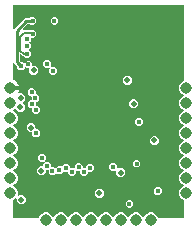
<source format=gbr>
G04 EAGLE Gerber RS-274X export*
G75*
%MOMM*%
%FSLAX34Y34*%
%LPD*%
%INCopper Layer 2*%
%IPPOS*%
%AMOC8*
5,1,8,0,0,1.08239X$1,22.5*%
G01*
%ADD10C,0.975000*%
%ADD11C,0.403200*%
%ADD12C,0.503200*%
%ADD13C,0.453200*%
%ADD14C,0.254000*%
%ADD15C,0.152400*%

G36*
X23459Y-347D02*
X23459Y-347D01*
X23575Y-330D01*
X23580Y-327D01*
X23587Y-326D01*
X23689Y-272D01*
X23794Y-218D01*
X23798Y-214D01*
X23804Y-211D01*
X23884Y-127D01*
X23966Y-43D01*
X23970Y-36D01*
X23973Y-33D01*
X23981Y-16D01*
X24047Y104D01*
X24820Y1970D01*
X26549Y3699D01*
X28808Y4635D01*
X31253Y4635D01*
X33511Y3699D01*
X35240Y1970D01*
X35677Y916D01*
X35715Y855D01*
X35744Y790D01*
X35779Y751D01*
X35806Y707D01*
X35862Y661D01*
X35910Y609D01*
X35956Y583D01*
X35996Y550D01*
X36063Y525D01*
X36126Y490D01*
X36177Y481D01*
X36226Y462D01*
X36297Y459D01*
X36368Y446D01*
X36419Y454D01*
X36471Y452D01*
X36540Y472D01*
X36611Y482D01*
X36658Y506D01*
X36708Y520D01*
X36766Y561D01*
X36830Y594D01*
X36867Y631D01*
X36910Y660D01*
X36952Y718D01*
X37003Y769D01*
X37037Y832D01*
X37056Y858D01*
X37064Y880D01*
X37083Y916D01*
X37520Y1970D01*
X39249Y3699D01*
X41508Y4635D01*
X43953Y4635D01*
X46211Y3699D01*
X47940Y1970D01*
X48377Y916D01*
X48415Y855D01*
X48444Y790D01*
X48479Y751D01*
X48506Y707D01*
X48562Y661D01*
X48610Y609D01*
X48656Y583D01*
X48696Y550D01*
X48763Y525D01*
X48826Y490D01*
X48877Y481D01*
X48926Y462D01*
X48997Y459D01*
X49068Y446D01*
X49119Y454D01*
X49171Y452D01*
X49240Y472D01*
X49311Y482D01*
X49358Y506D01*
X49408Y520D01*
X49466Y561D01*
X49530Y594D01*
X49567Y631D01*
X49610Y660D01*
X49652Y718D01*
X49703Y769D01*
X49737Y832D01*
X49756Y858D01*
X49764Y880D01*
X49783Y916D01*
X50220Y1970D01*
X51949Y3699D01*
X54208Y4635D01*
X56653Y4635D01*
X58911Y3699D01*
X60640Y1970D01*
X61077Y916D01*
X61115Y855D01*
X61144Y790D01*
X61179Y751D01*
X61206Y707D01*
X61262Y661D01*
X61310Y609D01*
X61356Y583D01*
X61396Y550D01*
X61463Y525D01*
X61526Y490D01*
X61577Y481D01*
X61626Y462D01*
X61697Y459D01*
X61768Y446D01*
X61819Y454D01*
X61871Y452D01*
X61940Y472D01*
X62011Y482D01*
X62058Y506D01*
X62108Y520D01*
X62166Y561D01*
X62230Y594D01*
X62267Y631D01*
X62310Y660D01*
X62352Y718D01*
X62403Y769D01*
X62437Y832D01*
X62456Y858D01*
X62464Y880D01*
X62483Y916D01*
X62920Y1970D01*
X64649Y3699D01*
X66908Y4635D01*
X69353Y4635D01*
X71611Y3699D01*
X73340Y1970D01*
X73777Y916D01*
X73815Y855D01*
X73844Y790D01*
X73879Y751D01*
X73906Y707D01*
X73962Y661D01*
X74010Y609D01*
X74056Y583D01*
X74096Y550D01*
X74163Y525D01*
X74226Y490D01*
X74277Y481D01*
X74326Y462D01*
X74397Y459D01*
X74468Y446D01*
X74519Y454D01*
X74571Y452D01*
X74640Y472D01*
X74711Y482D01*
X74758Y506D01*
X74808Y520D01*
X74866Y561D01*
X74930Y594D01*
X74967Y631D01*
X75010Y660D01*
X75052Y718D01*
X75103Y769D01*
X75137Y832D01*
X75156Y858D01*
X75164Y880D01*
X75183Y916D01*
X75620Y1970D01*
X77349Y3699D01*
X79608Y4635D01*
X82053Y4635D01*
X84311Y3699D01*
X86040Y1970D01*
X86477Y916D01*
X86515Y855D01*
X86544Y790D01*
X86579Y751D01*
X86606Y707D01*
X86662Y661D01*
X86710Y609D01*
X86756Y583D01*
X86796Y550D01*
X86863Y525D01*
X86926Y490D01*
X86977Y481D01*
X87026Y462D01*
X87097Y459D01*
X87168Y446D01*
X87219Y454D01*
X87271Y452D01*
X87340Y472D01*
X87411Y482D01*
X87458Y506D01*
X87507Y520D01*
X87566Y561D01*
X87630Y594D01*
X87667Y631D01*
X87710Y660D01*
X87752Y718D01*
X87803Y769D01*
X87837Y832D01*
X87856Y858D01*
X87864Y880D01*
X87883Y916D01*
X88320Y1970D01*
X90049Y3699D01*
X92308Y4635D01*
X94753Y4635D01*
X97011Y3699D01*
X98740Y1970D01*
X99177Y916D01*
X99215Y855D01*
X99244Y790D01*
X99279Y751D01*
X99306Y707D01*
X99362Y661D01*
X99410Y609D01*
X99456Y583D01*
X99496Y550D01*
X99563Y525D01*
X99626Y490D01*
X99677Y481D01*
X99726Y462D01*
X99797Y459D01*
X99868Y446D01*
X99919Y454D01*
X99971Y452D01*
X100040Y472D01*
X100111Y482D01*
X100158Y506D01*
X100207Y520D01*
X100266Y561D01*
X100330Y594D01*
X100367Y631D01*
X100410Y660D01*
X100452Y718D01*
X100503Y769D01*
X100537Y832D01*
X100556Y858D01*
X100564Y880D01*
X100583Y916D01*
X101020Y1970D01*
X102749Y3699D01*
X105008Y4635D01*
X107453Y4635D01*
X109711Y3699D01*
X111440Y1970D01*
X111877Y916D01*
X111915Y855D01*
X111944Y790D01*
X111979Y751D01*
X112006Y707D01*
X112062Y661D01*
X112110Y609D01*
X112156Y583D01*
X112196Y550D01*
X112263Y525D01*
X112326Y490D01*
X112377Y481D01*
X112426Y462D01*
X112497Y459D01*
X112568Y446D01*
X112619Y454D01*
X112671Y452D01*
X112740Y472D01*
X112811Y482D01*
X112858Y506D01*
X112907Y520D01*
X112966Y561D01*
X113030Y594D01*
X113067Y631D01*
X113110Y660D01*
X113152Y718D01*
X113203Y769D01*
X113237Y832D01*
X113256Y858D01*
X113264Y880D01*
X113283Y916D01*
X113720Y1970D01*
X115449Y3699D01*
X117708Y4635D01*
X120153Y4635D01*
X122411Y3699D01*
X124140Y1970D01*
X124913Y104D01*
X124975Y5D01*
X125035Y-96D01*
X125039Y-100D01*
X125043Y-105D01*
X125132Y-179D01*
X125222Y-255D01*
X125227Y-258D01*
X125232Y-262D01*
X125340Y-303D01*
X125450Y-347D01*
X125457Y-348D01*
X125462Y-350D01*
X125480Y-351D01*
X125616Y-366D01*
X146837Y-366D01*
X146856Y-363D01*
X146876Y-365D01*
X146977Y-343D01*
X147079Y-326D01*
X147097Y-317D01*
X147116Y-313D01*
X147205Y-259D01*
X147297Y-211D01*
X147310Y-197D01*
X147327Y-186D01*
X147395Y-108D01*
X147466Y-33D01*
X147474Y-15D01*
X147487Y1D01*
X147526Y97D01*
X147570Y190D01*
X147572Y210D01*
X147579Y229D01*
X147598Y395D01*
X147598Y14712D01*
X147579Y14827D01*
X147562Y14943D01*
X147559Y14949D01*
X147558Y14955D01*
X147504Y15058D01*
X147450Y15163D01*
X147446Y15167D01*
X147443Y15173D01*
X147359Y15252D01*
X147275Y15335D01*
X147268Y15338D01*
X147265Y15342D01*
X147248Y15350D01*
X147128Y15416D01*
X145586Y16054D01*
X143857Y17783D01*
X142921Y20042D01*
X142921Y22487D01*
X143857Y24746D01*
X145586Y26475D01*
X146640Y26911D01*
X146701Y26949D01*
X146766Y26978D01*
X146805Y27013D01*
X146849Y27041D01*
X146895Y27096D01*
X146947Y27145D01*
X146973Y27190D01*
X147006Y27230D01*
X147031Y27297D01*
X147066Y27360D01*
X147075Y27411D01*
X147094Y27460D01*
X147097Y27531D01*
X147110Y27602D01*
X147102Y27654D01*
X147104Y27706D01*
X147084Y27775D01*
X147074Y27846D01*
X147050Y27892D01*
X147036Y27942D01*
X146995Y28001D01*
X146962Y28065D01*
X146925Y28101D01*
X146896Y28144D01*
X146838Y28187D01*
X146787Y28237D01*
X146724Y28272D01*
X146698Y28291D01*
X146676Y28298D01*
X146640Y28318D01*
X145586Y28754D01*
X143857Y30483D01*
X142921Y32742D01*
X142921Y35187D01*
X143857Y37446D01*
X145586Y39175D01*
X146640Y39611D01*
X146701Y39649D01*
X146766Y39678D01*
X146805Y39713D01*
X146849Y39741D01*
X146895Y39796D01*
X146947Y39845D01*
X146973Y39890D01*
X147006Y39930D01*
X147031Y39997D01*
X147066Y40060D01*
X147075Y40111D01*
X147094Y40160D01*
X147097Y40231D01*
X147110Y40302D01*
X147102Y40354D01*
X147104Y40406D01*
X147084Y40475D01*
X147074Y40546D01*
X147050Y40592D01*
X147036Y40642D01*
X146995Y40701D01*
X146962Y40765D01*
X146925Y40801D01*
X146896Y40844D01*
X146838Y40887D01*
X146787Y40937D01*
X146724Y40972D01*
X146698Y40991D01*
X146676Y40998D01*
X146640Y41018D01*
X145586Y41454D01*
X143857Y43183D01*
X142921Y45442D01*
X142921Y47887D01*
X143857Y50146D01*
X145586Y51875D01*
X146640Y52311D01*
X146701Y52349D01*
X146766Y52378D01*
X146805Y52413D01*
X146849Y52441D01*
X146895Y52496D01*
X146947Y52545D01*
X146973Y52590D01*
X147006Y52630D01*
X147031Y52697D01*
X147066Y52760D01*
X147075Y52811D01*
X147094Y52860D01*
X147097Y52931D01*
X147110Y53002D01*
X147102Y53054D01*
X147104Y53106D01*
X147084Y53175D01*
X147074Y53246D01*
X147050Y53292D01*
X147036Y53342D01*
X146995Y53401D01*
X146962Y53465D01*
X146925Y53501D01*
X146896Y53544D01*
X146838Y53587D01*
X146787Y53637D01*
X146724Y53672D01*
X146698Y53691D01*
X146676Y53698D01*
X146640Y53718D01*
X145586Y54154D01*
X143857Y55883D01*
X142921Y58142D01*
X142921Y60587D01*
X143857Y62846D01*
X145586Y64575D01*
X146640Y65011D01*
X146701Y65049D01*
X146766Y65078D01*
X146805Y65113D01*
X146849Y65141D01*
X146895Y65196D01*
X146947Y65245D01*
X146973Y65290D01*
X147006Y65330D01*
X147031Y65397D01*
X147066Y65460D01*
X147075Y65511D01*
X147094Y65560D01*
X147097Y65631D01*
X147110Y65702D01*
X147102Y65754D01*
X147104Y65806D01*
X147084Y65875D01*
X147074Y65946D01*
X147050Y65992D01*
X147036Y66042D01*
X146995Y66101D01*
X146962Y66165D01*
X146925Y66201D01*
X146896Y66244D01*
X146838Y66287D01*
X146787Y66337D01*
X146724Y66372D01*
X146698Y66391D01*
X146676Y66398D01*
X146640Y66418D01*
X145586Y66854D01*
X143857Y68583D01*
X142921Y70842D01*
X142921Y73287D01*
X143857Y75546D01*
X145586Y77275D01*
X146640Y77711D01*
X146701Y77749D01*
X146766Y77778D01*
X146805Y77813D01*
X146849Y77841D01*
X146895Y77896D01*
X146947Y77945D01*
X146973Y77990D01*
X147006Y78030D01*
X147031Y78097D01*
X147066Y78160D01*
X147075Y78211D01*
X147094Y78260D01*
X147097Y78331D01*
X147110Y78402D01*
X147102Y78454D01*
X147104Y78506D01*
X147084Y78574D01*
X147074Y78645D01*
X147050Y78692D01*
X147036Y78742D01*
X146995Y78801D01*
X146962Y78865D01*
X146925Y78901D01*
X146896Y78944D01*
X146838Y78987D01*
X146787Y79037D01*
X146724Y79072D01*
X146698Y79091D01*
X146676Y79098D01*
X146640Y79118D01*
X145586Y79554D01*
X143857Y81283D01*
X142921Y83542D01*
X142921Y85987D01*
X143857Y88246D01*
X145586Y89975D01*
X146640Y90411D01*
X146701Y90449D01*
X146766Y90478D01*
X146805Y90513D01*
X146849Y90541D01*
X146895Y90596D01*
X146947Y90645D01*
X146973Y90690D01*
X147006Y90730D01*
X147031Y90797D01*
X147066Y90860D01*
X147075Y90911D01*
X147094Y90960D01*
X147097Y91031D01*
X147110Y91102D01*
X147102Y91154D01*
X147104Y91206D01*
X147084Y91274D01*
X147074Y91345D01*
X147050Y91392D01*
X147036Y91442D01*
X146995Y91501D01*
X146962Y91565D01*
X146925Y91601D01*
X146896Y91644D01*
X146838Y91687D01*
X146787Y91737D01*
X146724Y91772D01*
X146698Y91791D01*
X146676Y91798D01*
X146640Y91818D01*
X145586Y92254D01*
X143857Y93983D01*
X142921Y96242D01*
X142921Y98687D01*
X143857Y100946D01*
X145586Y102675D01*
X146640Y103111D01*
X146701Y103149D01*
X146766Y103178D01*
X146805Y103213D01*
X146849Y103241D01*
X146895Y103296D01*
X146947Y103345D01*
X146973Y103390D01*
X147006Y103430D01*
X147031Y103497D01*
X147066Y103560D01*
X147075Y103611D01*
X147094Y103660D01*
X147097Y103731D01*
X147110Y103802D01*
X147102Y103854D01*
X147104Y103906D01*
X147084Y103974D01*
X147074Y104045D01*
X147050Y104092D01*
X147036Y104142D01*
X146995Y104201D01*
X146962Y104265D01*
X146925Y104301D01*
X146896Y104344D01*
X146838Y104387D01*
X146787Y104437D01*
X146724Y104472D01*
X146698Y104491D01*
X146676Y104498D01*
X146640Y104518D01*
X145586Y104954D01*
X143857Y106683D01*
X142921Y108942D01*
X142921Y111387D01*
X143857Y113646D01*
X145586Y115375D01*
X147128Y116013D01*
X147227Y116075D01*
X147327Y116135D01*
X147332Y116140D01*
X147337Y116143D01*
X147411Y116233D01*
X147487Y116322D01*
X147490Y116328D01*
X147494Y116332D01*
X147535Y116441D01*
X147579Y116550D01*
X147580Y116558D01*
X147582Y116562D01*
X147583Y116580D01*
X147598Y116717D01*
X147598Y179519D01*
X147595Y179538D01*
X147597Y179558D01*
X147575Y179659D01*
X147558Y179761D01*
X147549Y179779D01*
X147545Y179799D01*
X147491Y179888D01*
X147443Y179979D01*
X147429Y179993D01*
X147418Y180010D01*
X147340Y180077D01*
X147265Y180148D01*
X147247Y180157D01*
X147231Y180170D01*
X147135Y180208D01*
X147042Y180252D01*
X147022Y180254D01*
X147003Y180262D01*
X146837Y180280D01*
X2835Y180280D01*
X2815Y180277D01*
X2795Y180279D01*
X2694Y180257D01*
X2592Y180240D01*
X2574Y180231D01*
X2555Y180227D01*
X2466Y180173D01*
X2374Y180125D01*
X2361Y180111D01*
X2344Y180101D01*
X2276Y180022D01*
X2205Y179947D01*
X2197Y179929D01*
X2184Y179914D01*
X2145Y179817D01*
X2101Y179724D01*
X2099Y179704D01*
X2092Y179685D01*
X2073Y179519D01*
X2073Y160682D01*
X2085Y160611D01*
X2087Y160539D01*
X2105Y160490D01*
X2113Y160439D01*
X2147Y160376D01*
X2171Y160308D01*
X2204Y160268D01*
X2228Y160222D01*
X2280Y160172D01*
X2325Y160116D01*
X2369Y160088D01*
X2406Y160052D01*
X2471Y160022D01*
X2532Y159983D01*
X2582Y159971D01*
X2630Y159949D01*
X2701Y159941D01*
X2770Y159923D01*
X2822Y159927D01*
X2874Y159922D01*
X2944Y159937D01*
X3016Y159942D01*
X3063Y159963D01*
X3114Y159974D01*
X3176Y160011D01*
X3242Y160039D01*
X3298Y160083D01*
X3325Y160100D01*
X3341Y160118D01*
X3373Y160144D01*
X12770Y169541D01*
X16577Y169541D01*
X16667Y169555D01*
X16758Y169563D01*
X16788Y169575D01*
X16820Y169580D01*
X16901Y169623D01*
X16985Y169659D01*
X17017Y169685D01*
X17037Y169696D01*
X17060Y169719D01*
X17116Y169764D01*
X17639Y170287D01*
X20361Y170287D01*
X22287Y168361D01*
X22287Y165639D01*
X20361Y163713D01*
X17639Y163713D01*
X17116Y164236D01*
X17042Y164289D01*
X16972Y164349D01*
X16942Y164361D01*
X16916Y164380D01*
X16829Y164407D01*
X16744Y164441D01*
X16703Y164445D01*
X16681Y164452D01*
X16649Y164451D01*
X16577Y164459D01*
X15190Y164459D01*
X15100Y164445D01*
X15009Y164437D01*
X14979Y164425D01*
X14947Y164420D01*
X14867Y164377D01*
X14783Y164341D01*
X14751Y164315D01*
X14730Y164304D01*
X14708Y164281D01*
X14652Y164236D01*
X10666Y160250D01*
X10624Y160192D01*
X10574Y160140D01*
X10552Y160093D01*
X10522Y160050D01*
X10501Y159982D01*
X10471Y159917D01*
X10465Y159865D01*
X10450Y159815D01*
X10451Y159743D01*
X10444Y159672D01*
X10455Y159621D01*
X10456Y159569D01*
X10481Y159502D01*
X10496Y159432D01*
X10523Y159387D01*
X10540Y159338D01*
X10585Y159282D01*
X10622Y159221D01*
X10662Y159187D01*
X10694Y159146D01*
X10754Y159108D01*
X10809Y159061D01*
X10857Y159041D01*
X10901Y159013D01*
X10971Y158996D01*
X11037Y158969D01*
X11108Y158961D01*
X11140Y158953D01*
X11163Y158955D01*
X11204Y158950D01*
X16987Y158950D01*
X17077Y158965D01*
X17168Y158972D01*
X17198Y158985D01*
X17230Y158990D01*
X17310Y159033D01*
X17394Y159069D01*
X17426Y159094D01*
X17447Y159105D01*
X17469Y159129D01*
X17525Y159173D01*
X17639Y159287D01*
X20361Y159287D01*
X22287Y157361D01*
X22287Y154639D01*
X20361Y152713D01*
X18312Y152713D01*
X18292Y152710D01*
X18273Y152712D01*
X18171Y152690D01*
X18069Y152674D01*
X18052Y152664D01*
X18032Y152660D01*
X17943Y152607D01*
X17852Y152558D01*
X17838Y152544D01*
X17821Y152534D01*
X17754Y152455D01*
X17683Y152380D01*
X17674Y152362D01*
X17661Y152347D01*
X17622Y152251D01*
X17579Y152157D01*
X17577Y152137D01*
X17569Y152119D01*
X17551Y151952D01*
X17551Y150170D01*
X16485Y149104D01*
X16473Y149088D01*
X16457Y149075D01*
X16401Y148988D01*
X16341Y148904D01*
X16335Y148885D01*
X16324Y148869D01*
X16299Y148768D01*
X16269Y148669D01*
X16269Y148649D01*
X16264Y148630D01*
X16272Y148527D01*
X16275Y148423D01*
X16282Y148405D01*
X16283Y148385D01*
X16324Y148290D01*
X16359Y148192D01*
X16372Y148177D01*
X16380Y148158D01*
X16485Y148027D01*
X17486Y147026D01*
X17486Y144303D01*
X15990Y142807D01*
X15979Y142791D01*
X15963Y142779D01*
X15907Y142691D01*
X15847Y142608D01*
X15841Y142589D01*
X15830Y142572D01*
X15805Y142471D01*
X15774Y142373D01*
X15775Y142353D01*
X15770Y142333D01*
X15778Y142230D01*
X15781Y142127D01*
X15788Y142108D01*
X15789Y142088D01*
X15830Y141993D01*
X15865Y141896D01*
X15878Y141880D01*
X15886Y141862D01*
X15990Y141731D01*
X17361Y140360D01*
X17361Y137638D01*
X15436Y135712D01*
X12713Y135712D01*
X11682Y136743D01*
X11608Y136796D01*
X11538Y136856D01*
X11508Y136868D01*
X11482Y136887D01*
X11395Y136914D01*
X11310Y136948D01*
X11269Y136952D01*
X11247Y136959D01*
X11215Y136958D01*
X11144Y136966D01*
X10459Y136966D01*
X9243Y138183D01*
X9184Y138225D01*
X9132Y138274D01*
X9085Y138296D01*
X9043Y138326D01*
X8974Y138347D01*
X8909Y138378D01*
X8858Y138383D01*
X8808Y138399D01*
X8736Y138397D01*
X8665Y138405D01*
X8614Y138394D01*
X8562Y138392D01*
X8495Y138368D01*
X8425Y138353D01*
X8380Y138326D01*
X8331Y138308D01*
X8275Y138263D01*
X8213Y138226D01*
X8180Y138187D01*
X8139Y138154D01*
X8100Y138094D01*
X8054Y138039D01*
X8034Y137991D01*
X8006Y137947D01*
X7988Y137878D01*
X7962Y137811D01*
X7954Y137740D01*
X7946Y137709D01*
X7948Y137685D01*
X7943Y137645D01*
X7943Y133699D01*
X7958Y133609D01*
X7965Y133518D01*
X7978Y133488D01*
X7983Y133456D01*
X8026Y133376D01*
X8061Y133292D01*
X8087Y133260D01*
X8098Y133239D01*
X8121Y133217D01*
X8166Y133161D01*
X9184Y132143D01*
X9258Y132090D01*
X9327Y132030D01*
X9357Y132018D01*
X9384Y131999D01*
X9471Y131973D01*
X9555Y131938D01*
X9596Y131934D01*
X9619Y131927D01*
X9651Y131928D01*
X9722Y131920D01*
X10462Y131920D01*
X11079Y131303D01*
X11095Y131292D01*
X11107Y131276D01*
X11194Y131220D01*
X11278Y131160D01*
X11297Y131154D01*
X11314Y131143D01*
X11415Y131118D01*
X11513Y131087D01*
X11533Y131088D01*
X11553Y131083D01*
X11656Y131091D01*
X11759Y131094D01*
X11778Y131101D01*
X11798Y131102D01*
X11893Y131143D01*
X11990Y131178D01*
X12006Y131191D01*
X12024Y131198D01*
X12155Y131303D01*
X14139Y133287D01*
X16861Y133287D01*
X18787Y131361D01*
X18787Y129513D01*
X18790Y129493D01*
X18788Y129474D01*
X18810Y129372D01*
X18826Y129270D01*
X18836Y129253D01*
X18840Y129233D01*
X18893Y129144D01*
X18942Y129053D01*
X18956Y129039D01*
X18966Y129022D01*
X19045Y128955D01*
X19120Y128884D01*
X19138Y128875D01*
X19153Y128862D01*
X19249Y128824D01*
X19343Y128780D01*
X19363Y128778D01*
X19381Y128770D01*
X19548Y128752D01*
X21436Y128752D01*
X23655Y126534D01*
X23655Y123397D01*
X21436Y121178D01*
X18299Y121178D01*
X16081Y123397D01*
X16081Y125952D01*
X16078Y125972D01*
X16080Y125991D01*
X16058Y126093D01*
X16041Y126195D01*
X16032Y126212D01*
X16028Y126232D01*
X15975Y126321D01*
X15926Y126412D01*
X15912Y126426D01*
X15902Y126443D01*
X15823Y126510D01*
X15748Y126582D01*
X15730Y126590D01*
X15715Y126603D01*
X15618Y126642D01*
X15525Y126685D01*
X15505Y126687D01*
X15487Y126695D01*
X15320Y126713D01*
X14139Y126713D01*
X13522Y127330D01*
X13506Y127342D01*
X13493Y127357D01*
X13413Y127409D01*
X13407Y127414D01*
X13403Y127416D01*
X13322Y127474D01*
X13303Y127479D01*
X13286Y127490D01*
X13186Y127515D01*
X13087Y127546D01*
X13067Y127545D01*
X13048Y127550D01*
X12945Y127542D01*
X12841Y127540D01*
X12822Y127533D01*
X12803Y127531D01*
X12708Y127491D01*
X12610Y127455D01*
X12595Y127443D01*
X12576Y127435D01*
X12445Y127330D01*
X10462Y125347D01*
X7739Y125347D01*
X5814Y127272D01*
X5814Y128012D01*
X5799Y128102D01*
X5792Y128193D01*
X5779Y128222D01*
X5774Y128254D01*
X5731Y128335D01*
X5696Y128419D01*
X5670Y128451D01*
X5659Y128472D01*
X5636Y128494D01*
X5591Y128550D01*
X3373Y130768D01*
X3315Y130810D01*
X3263Y130859D01*
X3215Y130881D01*
X3173Y130911D01*
X3105Y130932D01*
X3040Y130963D01*
X2988Y130968D01*
X2938Y130984D01*
X2866Y130982D01*
X2795Y130990D01*
X2744Y130979D01*
X2692Y130977D01*
X2625Y130953D01*
X2555Y130937D01*
X2510Y130911D01*
X2461Y130893D01*
X2405Y130848D01*
X2344Y130811D01*
X2310Y130772D01*
X2269Y130739D01*
X2230Y130679D01*
X2184Y130624D01*
X2164Y130576D01*
X2136Y130532D01*
X2119Y130463D01*
X2092Y130396D01*
X2084Y130325D01*
X2076Y130294D01*
X2078Y130270D01*
X2073Y130229D01*
X2073Y117697D01*
X2092Y117582D01*
X2109Y117466D01*
X2112Y117460D01*
X2113Y117454D01*
X2167Y117352D01*
X2221Y117247D01*
X2225Y117242D01*
X2228Y117237D01*
X2312Y117157D01*
X2396Y117074D01*
X2403Y117071D01*
X2406Y117067D01*
X2423Y117059D01*
X2543Y116993D01*
X3759Y116490D01*
X4974Y115678D01*
X6007Y114645D01*
X6818Y113431D01*
X7377Y112081D01*
X7505Y111441D01*
X2835Y111441D01*
X2815Y111438D01*
X2795Y111440D01*
X2694Y111418D01*
X2592Y111401D01*
X2574Y111392D01*
X2555Y111388D01*
X2466Y111335D01*
X2374Y111286D01*
X2361Y111272D01*
X2344Y111262D01*
X2276Y111183D01*
X2205Y111108D01*
X2197Y111090D01*
X2184Y111075D01*
X2145Y110979D01*
X2101Y110885D01*
X2099Y110865D01*
X2092Y110847D01*
X2073Y110680D01*
X2073Y109156D01*
X2076Y109136D01*
X2074Y109116D01*
X2096Y109015D01*
X2113Y108913D01*
X2122Y108896D01*
X2127Y108876D01*
X2180Y108787D01*
X2228Y108696D01*
X2243Y108682D01*
X2253Y108665D01*
X2331Y108598D01*
X2406Y108526D01*
X2424Y108518D01*
X2440Y108505D01*
X2536Y108466D01*
X2630Y108423D01*
X2649Y108421D01*
X2668Y108413D01*
X2835Y108395D01*
X7505Y108395D01*
X7377Y107755D01*
X6872Y106534D01*
X6861Y106489D01*
X6842Y106448D01*
X6833Y106370D01*
X6815Y106294D01*
X6820Y106249D01*
X6815Y106203D01*
X6831Y106127D01*
X6839Y106050D01*
X6857Y106008D01*
X6867Y105963D01*
X6907Y105896D01*
X6939Y105825D01*
X6970Y105791D01*
X6993Y105752D01*
X7052Y105701D01*
X7105Y105644D01*
X7145Y105622D01*
X7180Y105592D01*
X7252Y105563D01*
X7320Y105525D01*
X7366Y105517D01*
X7408Y105500D01*
X7544Y105485D01*
X7563Y105481D01*
X7568Y105482D01*
X7575Y105481D01*
X10435Y105481D01*
X12653Y103263D01*
X12653Y100126D01*
X10690Y98163D01*
X10679Y98147D01*
X10663Y98135D01*
X10607Y98048D01*
X10547Y97964D01*
X10541Y97945D01*
X10530Y97928D01*
X10505Y97827D01*
X10475Y97729D01*
X10475Y97709D01*
X10470Y97689D01*
X10478Y97586D01*
X10481Y97483D01*
X10488Y97464D01*
X10489Y97444D01*
X10530Y97349D01*
X10565Y97252D01*
X10578Y97236D01*
X10586Y97218D01*
X10690Y97087D01*
X12493Y95284D01*
X12493Y92147D01*
X10275Y89929D01*
X7138Y89929D01*
X4932Y92135D01*
X4916Y92147D01*
X4903Y92162D01*
X4816Y92218D01*
X4732Y92279D01*
X4713Y92285D01*
X4696Y92295D01*
X4596Y92321D01*
X4497Y92351D01*
X4477Y92350D01*
X4458Y92355D01*
X4355Y92347D01*
X4251Y92345D01*
X4232Y92338D01*
X4212Y92336D01*
X4117Y92296D01*
X4020Y92260D01*
X4004Y92248D01*
X3986Y92240D01*
X3855Y92135D01*
X3728Y92008D01*
X2674Y91571D01*
X2613Y91533D01*
X2547Y91504D01*
X2509Y91469D01*
X2465Y91442D01*
X2419Y91386D01*
X2366Y91338D01*
X2341Y91292D01*
X2308Y91252D01*
X2282Y91185D01*
X2248Y91122D01*
X2238Y91071D01*
X2220Y91023D01*
X2217Y90951D01*
X2204Y90880D01*
X2212Y90829D01*
X2209Y90777D01*
X2229Y90708D01*
X2240Y90637D01*
X2263Y90590D01*
X2278Y90541D01*
X2319Y90482D01*
X2351Y90418D01*
X2388Y90381D01*
X2418Y90338D01*
X2476Y90296D01*
X2527Y90245D01*
X2590Y90211D01*
X2616Y90192D01*
X2638Y90184D01*
X2674Y90165D01*
X3728Y89728D01*
X5457Y87999D01*
X6392Y85740D01*
X6392Y83295D01*
X5457Y81037D01*
X3728Y79308D01*
X2674Y78871D01*
X2613Y78833D01*
X2547Y78804D01*
X2509Y78769D01*
X2465Y78742D01*
X2419Y78686D01*
X2366Y78638D01*
X2341Y78592D01*
X2308Y78552D01*
X2282Y78485D01*
X2248Y78422D01*
X2238Y78371D01*
X2220Y78323D01*
X2217Y78251D01*
X2204Y78180D01*
X2212Y78129D01*
X2209Y78077D01*
X2229Y78008D01*
X2240Y77937D01*
X2263Y77890D01*
X2278Y77841D01*
X2319Y77782D01*
X2351Y77718D01*
X2388Y77681D01*
X2418Y77638D01*
X2476Y77596D01*
X2527Y77545D01*
X2590Y77511D01*
X2616Y77492D01*
X2638Y77484D01*
X2674Y77465D01*
X3728Y77028D01*
X5457Y75299D01*
X6392Y73040D01*
X6392Y70595D01*
X5457Y68337D01*
X3728Y66608D01*
X2674Y66171D01*
X2613Y66133D01*
X2547Y66104D01*
X2509Y66069D01*
X2465Y66042D01*
X2419Y65986D01*
X2366Y65938D01*
X2341Y65892D01*
X2308Y65852D01*
X2282Y65785D01*
X2248Y65722D01*
X2238Y65671D01*
X2220Y65623D01*
X2217Y65551D01*
X2204Y65480D01*
X2212Y65429D01*
X2209Y65377D01*
X2229Y65308D01*
X2240Y65237D01*
X2263Y65191D01*
X2278Y65141D01*
X2319Y65082D01*
X2351Y65018D01*
X2388Y64981D01*
X2418Y64939D01*
X2476Y64896D01*
X2527Y64846D01*
X2590Y64811D01*
X2616Y64792D01*
X2638Y64784D01*
X2674Y64765D01*
X3728Y64328D01*
X5457Y62599D01*
X6392Y60340D01*
X6392Y57895D01*
X5457Y55637D01*
X3728Y53908D01*
X2674Y53471D01*
X2613Y53433D01*
X2547Y53404D01*
X2509Y53369D01*
X2465Y53342D01*
X2419Y53286D01*
X2366Y53238D01*
X2341Y53192D01*
X2308Y53152D01*
X2282Y53085D01*
X2248Y53022D01*
X2238Y52971D01*
X2220Y52923D01*
X2217Y52851D01*
X2204Y52780D01*
X2212Y52729D01*
X2209Y52677D01*
X2229Y52608D01*
X2240Y52537D01*
X2263Y52491D01*
X2278Y52441D01*
X2319Y52382D01*
X2351Y52318D01*
X2388Y52281D01*
X2418Y52239D01*
X2476Y52196D01*
X2527Y52146D01*
X2590Y52111D01*
X2616Y52092D01*
X2638Y52084D01*
X2674Y52065D01*
X3728Y51628D01*
X5457Y49899D01*
X6392Y47640D01*
X6392Y45195D01*
X5457Y42937D01*
X3728Y41208D01*
X2674Y40771D01*
X2613Y40733D01*
X2547Y40704D01*
X2509Y40669D01*
X2465Y40642D01*
X2419Y40586D01*
X2366Y40538D01*
X2341Y40492D01*
X2308Y40452D01*
X2282Y40385D01*
X2248Y40322D01*
X2238Y40271D01*
X2220Y40223D01*
X2217Y40151D01*
X2204Y40080D01*
X2212Y40029D01*
X2209Y39977D01*
X2229Y39908D01*
X2240Y39837D01*
X2263Y39791D01*
X2278Y39741D01*
X2319Y39682D01*
X2351Y39618D01*
X2388Y39581D01*
X2418Y39539D01*
X2476Y39496D01*
X2527Y39446D01*
X2590Y39411D01*
X2616Y39392D01*
X2638Y39384D01*
X2674Y39365D01*
X3728Y38928D01*
X5457Y37199D01*
X6392Y34940D01*
X6392Y32495D01*
X5457Y30237D01*
X3728Y28508D01*
X2674Y28071D01*
X2613Y28033D01*
X2547Y28004D01*
X2509Y27969D01*
X2465Y27942D01*
X2419Y27886D01*
X2366Y27838D01*
X2341Y27792D01*
X2308Y27752D01*
X2282Y27685D01*
X2248Y27622D01*
X2238Y27571D01*
X2220Y27523D01*
X2217Y27451D01*
X2204Y27380D01*
X2212Y27329D01*
X2209Y27277D01*
X2229Y27208D01*
X2240Y27137D01*
X2263Y27091D01*
X2278Y27041D01*
X2319Y26982D01*
X2351Y26918D01*
X2388Y26881D01*
X2418Y26839D01*
X2476Y26796D01*
X2527Y26746D01*
X2590Y26711D01*
X2616Y26692D01*
X2638Y26684D01*
X2674Y26665D01*
X3728Y26228D01*
X5457Y24499D01*
X6392Y22240D01*
X6392Y19685D01*
X6404Y19614D01*
X6406Y19542D01*
X6424Y19493D01*
X6432Y19442D01*
X6466Y19379D01*
X6490Y19311D01*
X6523Y19271D01*
X6547Y19225D01*
X6599Y19175D01*
X6644Y19119D01*
X6688Y19091D01*
X6726Y19055D01*
X6791Y19025D01*
X6851Y18986D01*
X6901Y18974D01*
X6949Y18952D01*
X7020Y18944D01*
X7089Y18926D01*
X7141Y18930D01*
X7193Y18925D01*
X7263Y18940D01*
X7335Y18945D01*
X7383Y18966D01*
X7433Y18977D01*
X7495Y19014D01*
X7561Y19042D01*
X7617Y19087D01*
X7645Y19103D01*
X7660Y19121D01*
X7692Y19147D01*
X7829Y19284D01*
X10967Y19284D01*
X13185Y17066D01*
X13185Y13929D01*
X10967Y11711D01*
X7829Y11711D01*
X5611Y13929D01*
X5611Y15853D01*
X5600Y15924D01*
X5598Y15996D01*
X5580Y16045D01*
X5571Y16096D01*
X5538Y16159D01*
X5513Y16227D01*
X5481Y16267D01*
X5456Y16313D01*
X5404Y16363D01*
X5360Y16419D01*
X5316Y16447D01*
X5278Y16483D01*
X5213Y16513D01*
X5153Y16552D01*
X5102Y16565D01*
X5055Y16586D01*
X4984Y16594D01*
X4914Y16612D01*
X4862Y16608D01*
X4811Y16614D01*
X4740Y16598D01*
X4669Y16593D01*
X4621Y16572D01*
X4570Y16561D01*
X4509Y16525D01*
X4443Y16496D01*
X4387Y16452D01*
X4359Y16435D01*
X4344Y16417D01*
X4312Y16392D01*
X3728Y15808D01*
X2543Y15317D01*
X2444Y15256D01*
X2344Y15196D01*
X2339Y15191D01*
X2334Y15187D01*
X2260Y15098D01*
X2184Y15009D01*
X2181Y15003D01*
X2177Y14998D01*
X2136Y14890D01*
X2092Y14781D01*
X2091Y14773D01*
X2089Y14768D01*
X2088Y14750D01*
X2073Y14614D01*
X2073Y395D01*
X2076Y376D01*
X2074Y356D01*
X2096Y255D01*
X2113Y153D01*
X2122Y135D01*
X2127Y116D01*
X2180Y27D01*
X2228Y-65D01*
X2243Y-78D01*
X2253Y-96D01*
X2331Y-163D01*
X2406Y-234D01*
X2424Y-242D01*
X2440Y-255D01*
X2536Y-294D01*
X2630Y-338D01*
X2649Y-340D01*
X2668Y-347D01*
X2835Y-366D01*
X23344Y-366D01*
X23459Y-347D01*
G37*
%LPC*%
G36*
X61280Y35807D02*
X61280Y35807D01*
X59355Y37733D01*
X59355Y38952D01*
X59351Y38972D01*
X59354Y38991D01*
X59332Y39093D01*
X59315Y39195D01*
X59306Y39212D01*
X59301Y39232D01*
X59248Y39321D01*
X59200Y39412D01*
X59185Y39426D01*
X59175Y39443D01*
X59097Y39510D01*
X59022Y39582D01*
X59003Y39590D01*
X58988Y39603D01*
X58892Y39642D01*
X58798Y39685D01*
X58779Y39687D01*
X58760Y39695D01*
X58593Y39713D01*
X56653Y39713D01*
X56633Y39710D01*
X56613Y39712D01*
X56512Y39690D01*
X56410Y39674D01*
X56392Y39664D01*
X56373Y39660D01*
X56284Y39607D01*
X56193Y39558D01*
X56179Y39544D01*
X56162Y39534D01*
X56094Y39455D01*
X56023Y39380D01*
X56015Y39362D01*
X56002Y39347D01*
X55963Y39251D01*
X55920Y39157D01*
X55917Y39137D01*
X55910Y39119D01*
X55891Y38952D01*
X55891Y37827D01*
X53966Y35902D01*
X51243Y35902D01*
X49318Y37827D01*
X49318Y38141D01*
X49315Y38161D01*
X49317Y38180D01*
X49295Y38282D01*
X49278Y38384D01*
X49269Y38401D01*
X49265Y38421D01*
X49211Y38510D01*
X49163Y38601D01*
X49149Y38615D01*
X49138Y38632D01*
X49060Y38699D01*
X48985Y38770D01*
X48967Y38779D01*
X48952Y38792D01*
X48855Y38831D01*
X48762Y38874D01*
X48742Y38876D01*
X48723Y38884D01*
X48557Y38902D01*
X46071Y38902D01*
X45945Y39028D01*
X45929Y39039D01*
X45917Y39055D01*
X45835Y39108D01*
X45833Y39109D01*
X45832Y39109D01*
X45829Y39111D01*
X45746Y39171D01*
X45727Y39177D01*
X45710Y39188D01*
X45609Y39213D01*
X45510Y39244D01*
X45491Y39243D01*
X45471Y39248D01*
X45368Y39240D01*
X45265Y39237D01*
X45246Y39230D01*
X45226Y39229D01*
X45131Y39189D01*
X45034Y39153D01*
X45018Y39140D01*
X45000Y39133D01*
X44869Y39028D01*
X43114Y37273D01*
X40391Y37273D01*
X39776Y37888D01*
X39760Y37899D01*
X39747Y37915D01*
X39660Y37971D01*
X39576Y38031D01*
X39557Y38037D01*
X39540Y38048D01*
X39440Y38073D01*
X39341Y38104D01*
X39321Y38103D01*
X39302Y38108D01*
X39199Y38100D01*
X39095Y38097D01*
X39076Y38090D01*
X39057Y38089D01*
X38962Y38049D01*
X38864Y38013D01*
X38849Y38000D01*
X38830Y37993D01*
X38699Y37888D01*
X37163Y36351D01*
X34440Y36351D01*
X32515Y38277D01*
X32515Y40034D01*
X32512Y40054D01*
X32514Y40073D01*
X32492Y40175D01*
X32475Y40277D01*
X32466Y40294D01*
X32462Y40314D01*
X32408Y40403D01*
X32360Y40494D01*
X32346Y40508D01*
X32335Y40525D01*
X32257Y40592D01*
X32182Y40663D01*
X32164Y40672D01*
X32149Y40685D01*
X32052Y40724D01*
X31959Y40767D01*
X31939Y40769D01*
X31920Y40777D01*
X31754Y40795D01*
X31046Y40795D01*
X31027Y40792D01*
X31007Y40794D01*
X30906Y40772D01*
X30804Y40755D01*
X30786Y40746D01*
X30767Y40742D01*
X30678Y40689D01*
X30586Y40640D01*
X30573Y40626D01*
X30555Y40616D01*
X30488Y40537D01*
X30417Y40462D01*
X30409Y40444D01*
X30396Y40429D01*
X30357Y40333D01*
X30313Y40239D01*
X30311Y40219D01*
X30304Y40201D01*
X30285Y40034D01*
X30285Y38277D01*
X28067Y36059D01*
X24930Y36059D01*
X22712Y38277D01*
X22712Y41414D01*
X24930Y43632D01*
X27267Y43632D01*
X27287Y43635D01*
X27306Y43633D01*
X27408Y43655D01*
X27510Y43672D01*
X27527Y43681D01*
X27547Y43685D01*
X27636Y43739D01*
X27727Y43787D01*
X27741Y43801D01*
X27758Y43812D01*
X27825Y43890D01*
X27896Y43965D01*
X27905Y43983D01*
X27918Y43998D01*
X27956Y44095D01*
X28000Y44188D01*
X28002Y44208D01*
X28010Y44227D01*
X28028Y44393D01*
X28028Y45443D01*
X28998Y46414D01*
X29040Y46472D01*
X29090Y46524D01*
X29112Y46571D01*
X29142Y46613D01*
X29163Y46682D01*
X29193Y46747D01*
X29199Y46799D01*
X29214Y46849D01*
X29213Y46920D01*
X29220Y46991D01*
X29209Y47042D01*
X29208Y47094D01*
X29183Y47162D01*
X29168Y47232D01*
X29141Y47277D01*
X29124Y47325D01*
X29079Y47381D01*
X29042Y47443D01*
X29002Y47477D01*
X28970Y47517D01*
X28910Y47556D01*
X28855Y47603D01*
X28807Y47622D01*
X28763Y47650D01*
X28693Y47668D01*
X28627Y47695D01*
X28556Y47703D01*
X28524Y47711D01*
X28501Y47709D01*
X28460Y47713D01*
X25639Y47713D01*
X23713Y49639D01*
X23713Y52361D01*
X25639Y54287D01*
X28361Y54287D01*
X30287Y52361D01*
X30287Y49639D01*
X29316Y48668D01*
X29275Y48610D01*
X29225Y48558D01*
X29203Y48511D01*
X29173Y48469D01*
X29152Y48400D01*
X29122Y48335D01*
X29116Y48283D01*
X29100Y48233D01*
X29102Y48162D01*
X29094Y48090D01*
X29105Y48040D01*
X29107Y47988D01*
X29131Y47920D01*
X29147Y47850D01*
X29173Y47805D01*
X29191Y47757D01*
X29236Y47700D01*
X29273Y47639D01*
X29312Y47605D01*
X29345Y47564D01*
X29405Y47526D01*
X29460Y47479D01*
X29508Y47460D01*
X29552Y47431D01*
X29621Y47414D01*
X29688Y47387D01*
X29759Y47379D01*
X29790Y47371D01*
X29814Y47373D01*
X29855Y47369D01*
X32676Y47369D01*
X34602Y45443D01*
X34602Y43686D01*
X34605Y43666D01*
X34603Y43647D01*
X34625Y43545D01*
X34641Y43443D01*
X34651Y43426D01*
X34655Y43406D01*
X34708Y43317D01*
X34756Y43226D01*
X34771Y43212D01*
X34781Y43195D01*
X34860Y43128D01*
X34935Y43057D01*
X34953Y43048D01*
X34968Y43035D01*
X35064Y42997D01*
X35158Y42953D01*
X35178Y42951D01*
X35196Y42943D01*
X35363Y42925D01*
X37163Y42925D01*
X37778Y42310D01*
X37794Y42298D01*
X37807Y42283D01*
X37894Y42227D01*
X37978Y42166D01*
X37997Y42161D01*
X38014Y42150D01*
X38114Y42124D01*
X38213Y42094D01*
X38233Y42095D01*
X38252Y42090D01*
X38355Y42098D01*
X38459Y42100D01*
X38477Y42107D01*
X38497Y42109D01*
X38592Y42149D01*
X38690Y42185D01*
X38705Y42197D01*
X38724Y42205D01*
X38855Y42310D01*
X40391Y43846D01*
X43114Y43846D01*
X43239Y43721D01*
X43255Y43709D01*
X43268Y43693D01*
X43355Y43637D01*
X43439Y43577D01*
X43458Y43571D01*
X43475Y43560D01*
X43575Y43535D01*
X43674Y43505D01*
X43694Y43505D01*
X43713Y43500D01*
X43816Y43508D01*
X43920Y43511D01*
X43939Y43518D01*
X43959Y43520D01*
X44054Y43560D01*
X44151Y43596D01*
X44167Y43608D01*
X44185Y43616D01*
X44316Y43721D01*
X46071Y45476D01*
X48794Y45476D01*
X50719Y43550D01*
X50719Y43237D01*
X50722Y43217D01*
X50720Y43197D01*
X50742Y43096D01*
X50759Y42994D01*
X50768Y42977D01*
X50772Y42957D01*
X50826Y42868D01*
X50874Y42777D01*
X50888Y42763D01*
X50898Y42746D01*
X50977Y42679D01*
X51052Y42607D01*
X51070Y42599D01*
X51085Y42586D01*
X51182Y42547D01*
X51275Y42504D01*
X51295Y42502D01*
X51314Y42494D01*
X51480Y42476D01*
X53952Y42476D01*
X53972Y42479D01*
X53991Y42477D01*
X54093Y42499D01*
X54195Y42515D01*
X54212Y42525D01*
X54232Y42529D01*
X54321Y42582D01*
X54412Y42630D01*
X54426Y42645D01*
X54443Y42655D01*
X54510Y42734D01*
X54582Y42809D01*
X54590Y42827D01*
X54603Y42842D01*
X54642Y42938D01*
X54685Y43032D01*
X54687Y43052D01*
X54695Y43070D01*
X54713Y43237D01*
X54713Y44361D01*
X56639Y46287D01*
X59361Y46287D01*
X61287Y44361D01*
X61287Y43142D01*
X61290Y43122D01*
X61288Y43102D01*
X61310Y43001D01*
X61326Y42899D01*
X61336Y42882D01*
X61340Y42862D01*
X61393Y42773D01*
X61442Y42682D01*
X61456Y42668D01*
X61466Y42651D01*
X61545Y42584D01*
X61620Y42512D01*
X61638Y42504D01*
X61653Y42491D01*
X61749Y42452D01*
X61843Y42409D01*
X61863Y42407D01*
X61881Y42399D01*
X62048Y42381D01*
X63851Y42381D01*
X63870Y42384D01*
X63890Y42382D01*
X63991Y42404D01*
X64093Y42420D01*
X64111Y42430D01*
X64130Y42434D01*
X64220Y42487D01*
X64311Y42536D01*
X64324Y42550D01*
X64342Y42560D01*
X64409Y42639D01*
X64480Y42714D01*
X64489Y42732D01*
X64502Y42747D01*
X64540Y42843D01*
X64584Y42937D01*
X64586Y42957D01*
X64593Y42975D01*
X64612Y43142D01*
X64612Y43894D01*
X66537Y45819D01*
X69260Y45819D01*
X71185Y43894D01*
X71185Y41171D01*
X69260Y39246D01*
X66689Y39246D01*
X66670Y39243D01*
X66650Y39245D01*
X66549Y39223D01*
X66447Y39206D01*
X66429Y39197D01*
X66410Y39193D01*
X66321Y39139D01*
X66229Y39091D01*
X66216Y39077D01*
X66198Y39066D01*
X66131Y38988D01*
X66060Y38913D01*
X66052Y38895D01*
X66039Y38880D01*
X66000Y38783D01*
X65956Y38690D01*
X65954Y38670D01*
X65947Y38651D01*
X65928Y38485D01*
X65928Y37733D01*
X64003Y35807D01*
X61280Y35807D01*
G37*
%LPD*%
%LPC*%
G36*
X20455Y88198D02*
X20455Y88198D01*
X18530Y90123D01*
X18530Y92437D01*
X18526Y92456D01*
X18529Y92476D01*
X18507Y92577D01*
X18490Y92679D01*
X18481Y92697D01*
X18476Y92717D01*
X18423Y92806D01*
X18375Y92897D01*
X18360Y92911D01*
X18350Y92928D01*
X18271Y92995D01*
X18196Y93066D01*
X18178Y93075D01*
X18163Y93088D01*
X18067Y93126D01*
X17973Y93170D01*
X17954Y93172D01*
X17935Y93180D01*
X17768Y93198D01*
X17086Y93198D01*
X15161Y95123D01*
X15161Y97846D01*
X17086Y99771D01*
X17400Y99771D01*
X17419Y99775D01*
X17439Y99772D01*
X17540Y99794D01*
X17642Y99811D01*
X17660Y99820D01*
X17679Y99825D01*
X17768Y99878D01*
X17860Y99926D01*
X17873Y99941D01*
X17891Y99951D01*
X17958Y100030D01*
X18029Y100105D01*
X18037Y100123D01*
X18050Y100138D01*
X18089Y100234D01*
X18133Y100328D01*
X18135Y100347D01*
X18142Y100366D01*
X18161Y100533D01*
X18161Y102482D01*
X18158Y102502D01*
X18160Y102522D01*
X18138Y102623D01*
X18121Y102725D01*
X18112Y102743D01*
X18108Y102762D01*
X18054Y102851D01*
X18006Y102942D01*
X17992Y102956D01*
X17981Y102973D01*
X17903Y103041D01*
X17828Y103112D01*
X17810Y103120D01*
X17794Y103133D01*
X17698Y103172D01*
X17605Y103215D01*
X17585Y103218D01*
X17566Y103225D01*
X17400Y103244D01*
X16949Y103244D01*
X15024Y105169D01*
X15024Y107892D01*
X16949Y109817D01*
X19672Y109817D01*
X21598Y107892D01*
X21598Y105533D01*
X21601Y105513D01*
X21599Y105493D01*
X21621Y105392D01*
X21637Y105290D01*
X21647Y105272D01*
X21651Y105253D01*
X21704Y105164D01*
X21752Y105073D01*
X21767Y105059D01*
X21777Y105042D01*
X21856Y104974D01*
X21931Y104903D01*
X21949Y104895D01*
X21964Y104882D01*
X22060Y104843D01*
X22154Y104800D01*
X22174Y104797D01*
X22192Y104790D01*
X22359Y104771D01*
X22809Y104771D01*
X24734Y102846D01*
X24734Y100123D01*
X22809Y98198D01*
X22496Y98198D01*
X22476Y98195D01*
X22456Y98197D01*
X22355Y98175D01*
X22253Y98158D01*
X22235Y98149D01*
X22216Y98145D01*
X22127Y98091D01*
X22035Y98043D01*
X22022Y98029D01*
X22005Y98019D01*
X21937Y97940D01*
X21866Y97865D01*
X21858Y97847D01*
X21845Y97832D01*
X21806Y97735D01*
X21762Y97642D01*
X21760Y97622D01*
X21753Y97603D01*
X21734Y97437D01*
X21734Y95533D01*
X21736Y95521D01*
X21735Y95512D01*
X21737Y95506D01*
X21735Y95493D01*
X21757Y95392D01*
X21774Y95290D01*
X21783Y95272D01*
X21788Y95253D01*
X21841Y95164D01*
X21889Y95073D01*
X21904Y95059D01*
X21914Y95042D01*
X21993Y94974D01*
X22068Y94903D01*
X22086Y94895D01*
X22101Y94882D01*
X22197Y94843D01*
X22291Y94800D01*
X22310Y94797D01*
X22329Y94790D01*
X22496Y94771D01*
X23178Y94771D01*
X25103Y92846D01*
X25103Y90123D01*
X23178Y88198D01*
X20455Y88198D01*
G37*
%LPD*%
%LPC*%
G36*
X92043Y34623D02*
X92043Y34623D01*
X89825Y36842D01*
X89825Y39255D01*
X89813Y39327D01*
X89811Y39399D01*
X89794Y39447D01*
X89785Y39498D01*
X89752Y39562D01*
X89727Y39630D01*
X89694Y39670D01*
X89670Y39716D01*
X89618Y39765D01*
X89573Y39821D01*
X89529Y39849D01*
X89492Y39885D01*
X89426Y39915D01*
X89366Y39954D01*
X89316Y39967D01*
X89269Y39989D01*
X89197Y39997D01*
X89127Y40014D01*
X89076Y40010D01*
X89024Y40016D01*
X88954Y40000D01*
X88944Y40000D01*
X86008Y40000D01*
X84083Y41925D01*
X84083Y44648D01*
X86008Y46573D01*
X88731Y46573D01*
X90657Y44648D01*
X90657Y42648D01*
X90668Y42577D01*
X90670Y42506D01*
X90688Y42457D01*
X90696Y42405D01*
X90730Y42342D01*
X90755Y42275D01*
X90787Y42234D01*
X90811Y42188D01*
X90863Y42139D01*
X90908Y42083D01*
X90952Y42054D01*
X90990Y42019D01*
X91055Y41988D01*
X91115Y41950D01*
X91166Y41937D01*
X91213Y41915D01*
X91284Y41907D01*
X91354Y41890D01*
X91406Y41894D01*
X91457Y41888D01*
X91527Y41903D01*
X91599Y41909D01*
X91647Y41929D01*
X91698Y41940D01*
X91759Y41977D01*
X91825Y42005D01*
X91881Y42050D01*
X91909Y42066D01*
X91924Y42084D01*
X91956Y42110D01*
X92043Y42197D01*
X95180Y42197D01*
X97398Y39979D01*
X97398Y36842D01*
X95180Y34623D01*
X92043Y34623D01*
G37*
%LPD*%
%LPC*%
G36*
X20478Y68700D02*
X20478Y68700D01*
X18552Y70626D01*
X18552Y71937D01*
X18549Y71956D01*
X18551Y71976D01*
X18529Y72077D01*
X18513Y72179D01*
X18503Y72197D01*
X18499Y72217D01*
X18446Y72306D01*
X18398Y72397D01*
X18383Y72411D01*
X18373Y72428D01*
X18294Y72495D01*
X18219Y72566D01*
X18201Y72575D01*
X18186Y72588D01*
X18090Y72626D01*
X17996Y72670D01*
X17976Y72672D01*
X17958Y72680D01*
X17791Y72698D01*
X16083Y72698D01*
X13864Y74916D01*
X13864Y78053D01*
X16083Y80271D01*
X19220Y80271D01*
X21438Y78053D01*
X21438Y76035D01*
X21441Y76015D01*
X21439Y75996D01*
X21461Y75894D01*
X21478Y75792D01*
X21487Y75775D01*
X21491Y75755D01*
X21544Y75666D01*
X21593Y75575D01*
X21607Y75561D01*
X21617Y75544D01*
X21696Y75477D01*
X21771Y75406D01*
X21789Y75397D01*
X21804Y75384D01*
X21900Y75345D01*
X21994Y75302D01*
X22014Y75300D01*
X22032Y75292D01*
X22199Y75274D01*
X23201Y75274D01*
X25126Y73348D01*
X25126Y70626D01*
X23201Y68700D01*
X20478Y68700D01*
G37*
%LPD*%
%LPC*%
G36*
X35213Y121356D02*
X35213Y121356D01*
X33288Y123281D01*
X33288Y126023D01*
X33289Y126024D01*
X33310Y126071D01*
X33341Y126113D01*
X33362Y126182D01*
X33392Y126247D01*
X33398Y126299D01*
X33413Y126348D01*
X33411Y126420D01*
X33419Y126491D01*
X33408Y126542D01*
X33407Y126594D01*
X33382Y126662D01*
X33367Y126732D01*
X33340Y126777D01*
X33322Y126825D01*
X33278Y126881D01*
X33241Y126943D01*
X33201Y126977D01*
X33169Y127017D01*
X33108Y127056D01*
X33054Y127103D01*
X33006Y127122D01*
X32962Y127150D01*
X32892Y127168D01*
X32826Y127195D01*
X32755Y127203D01*
X32723Y127211D01*
X32700Y127209D01*
X32659Y127213D01*
X30139Y127213D01*
X28213Y129139D01*
X28213Y131861D01*
X30139Y133787D01*
X32861Y133787D01*
X34787Y131861D01*
X34787Y129120D01*
X34786Y129119D01*
X34764Y129071D01*
X34734Y129029D01*
X34712Y128961D01*
X34682Y128896D01*
X34676Y128844D01*
X34661Y128794D01*
X34663Y128722D01*
X34655Y128651D01*
X34666Y128600D01*
X34668Y128548D01*
X34692Y128481D01*
X34707Y128411D01*
X34734Y128366D01*
X34752Y128317D01*
X34797Y128261D01*
X34834Y128200D01*
X34873Y128166D01*
X34906Y128125D01*
X34966Y128086D01*
X35020Y128040D01*
X35069Y128020D01*
X35113Y127992D01*
X35182Y127975D01*
X35249Y127948D01*
X35320Y127940D01*
X35351Y127932D01*
X35374Y127934D01*
X35415Y127929D01*
X37936Y127929D01*
X39861Y126004D01*
X39861Y123281D01*
X37936Y121356D01*
X35213Y121356D01*
G37*
%LPD*%
%LPC*%
G36*
X97436Y112911D02*
X97436Y112911D01*
X95218Y115129D01*
X95218Y118266D01*
X97436Y120484D01*
X100573Y120484D01*
X102791Y118266D01*
X102791Y115129D01*
X100573Y112911D01*
X97436Y112911D01*
G37*
%LPD*%
%LPC*%
G36*
X102879Y92758D02*
X102879Y92758D01*
X100661Y94976D01*
X100661Y98113D01*
X102879Y100331D01*
X106016Y100331D01*
X108234Y98113D01*
X108234Y94976D01*
X106016Y92758D01*
X102879Y92758D01*
G37*
%LPD*%
%LPC*%
G36*
X120630Y61864D02*
X120630Y61864D01*
X118412Y64082D01*
X118412Y67219D01*
X120630Y69437D01*
X123768Y69437D01*
X125986Y67219D01*
X125986Y64082D01*
X123768Y61864D01*
X120630Y61864D01*
G37*
%LPD*%
%LPC*%
G36*
X73810Y17108D02*
X73810Y17108D01*
X71592Y19326D01*
X71592Y22464D01*
X73810Y24682D01*
X76947Y24682D01*
X79165Y22464D01*
X79165Y19326D01*
X76947Y17108D01*
X73810Y17108D01*
G37*
%LPD*%
%LPC*%
G36*
X36139Y163713D02*
X36139Y163713D01*
X34213Y165639D01*
X34213Y168361D01*
X36139Y170287D01*
X38861Y170287D01*
X40787Y168361D01*
X40787Y165639D01*
X38861Y163713D01*
X36139Y163713D01*
G37*
%LPD*%
%LPC*%
G36*
X107586Y78198D02*
X107586Y78198D01*
X105661Y80123D01*
X105661Y82846D01*
X107586Y84771D01*
X110309Y84771D01*
X112234Y82846D01*
X112234Y80123D01*
X110309Y78198D01*
X107586Y78198D01*
G37*
%LPD*%
%LPC*%
G36*
X105639Y42713D02*
X105639Y42713D01*
X103713Y44639D01*
X103713Y47361D01*
X105639Y49287D01*
X108361Y49287D01*
X110287Y47361D01*
X110287Y44639D01*
X108361Y42713D01*
X105639Y42713D01*
G37*
%LPD*%
%LPC*%
G36*
X123639Y19447D02*
X123639Y19447D01*
X121713Y21372D01*
X121713Y24095D01*
X123639Y26020D01*
X126361Y26020D01*
X128287Y24095D01*
X128287Y21372D01*
X126361Y19447D01*
X123639Y19447D01*
G37*
%LPD*%
%LPC*%
G36*
X99639Y8713D02*
X99639Y8713D01*
X97713Y10639D01*
X97713Y13361D01*
X99639Y15287D01*
X102361Y15287D01*
X104287Y13361D01*
X104287Y10639D01*
X102361Y8713D01*
X99639Y8713D01*
G37*
%LPD*%
D10*
X149067Y72065D03*
X149067Y84765D03*
X149067Y59365D03*
X149067Y97465D03*
X149067Y46665D03*
X149067Y110165D03*
X149067Y33965D03*
X149067Y21265D03*
X80830Y-1511D03*
X93530Y-1511D03*
X68130Y-1511D03*
X106230Y-1511D03*
X55430Y-1511D03*
X118930Y-1511D03*
X42730Y-1511D03*
X30030Y-1511D03*
X247Y71818D03*
X247Y84518D03*
X247Y59118D03*
X247Y97218D03*
X247Y46418D03*
X247Y109918D03*
X247Y33718D03*
X247Y21018D03*
D11*
X87370Y43286D03*
D12*
X99005Y116698D03*
X104448Y96544D03*
X75378Y20895D03*
X17651Y76485D03*
X19868Y124965D03*
X122199Y65650D03*
X26498Y39845D03*
X93612Y38410D03*
D11*
X85080Y71301D03*
X85080Y84001D03*
X85080Y96701D03*
X74920Y96701D03*
X74920Y106861D03*
X62220Y106861D03*
X49520Y106861D03*
X39360Y96701D03*
X39360Y84001D03*
X39360Y71301D03*
X49520Y71301D03*
X49520Y84001D03*
X49520Y96701D03*
X49520Y61141D03*
X62220Y61141D03*
X74920Y61141D03*
X62220Y71301D03*
X62220Y84001D03*
X62220Y96701D03*
X74920Y84001D03*
X74920Y71301D03*
X62700Y132382D03*
X62700Y138907D03*
X62742Y145944D03*
X67311Y151748D03*
X79210Y125449D03*
X71320Y125449D03*
X109648Y127463D03*
X118408Y127463D03*
X143877Y127529D03*
X117350Y92450D03*
D12*
X22678Y45326D03*
D11*
X143877Y118529D03*
X126877Y127529D03*
X134877Y127529D03*
X132782Y64559D03*
X101842Y127568D03*
X63008Y162836D03*
X65380Y177981D03*
X58880Y177981D03*
X52380Y177981D03*
X45743Y177981D03*
X39539Y178069D03*
X52870Y168314D03*
X45870Y168314D03*
X42374Y162914D03*
X49374Y162914D03*
X62700Y125382D03*
X132719Y24835D03*
X5029Y178211D03*
X12005Y178089D03*
X19177Y178089D03*
X26128Y178031D03*
X33128Y178187D03*
X23779Y144000D03*
X56374Y162914D03*
X58870Y168314D03*
X65370Y168314D03*
X48870Y173314D03*
X55370Y173314D03*
X62370Y173314D03*
X41870Y173314D03*
X72880Y177981D03*
X79880Y177981D03*
X86880Y177981D03*
X100380Y177981D03*
X106880Y177981D03*
X113380Y177981D03*
X93880Y177981D03*
X127380Y177981D03*
D13*
X142380Y177981D03*
D11*
X68870Y173314D03*
X67182Y159332D03*
X63066Y155235D03*
D13*
X135380Y165981D03*
X128380Y165981D03*
X142380Y165981D03*
X135380Y138481D03*
X128880Y138481D03*
X142380Y138481D03*
D11*
X91811Y155248D03*
X98811Y149248D03*
X101811Y162748D03*
X106811Y158248D03*
X120811Y168248D03*
X120811Y161248D03*
X120811Y142748D03*
X120811Y133748D03*
X91811Y149248D03*
X98342Y123068D03*
X132880Y177981D03*
X125000Y22734D03*
D12*
X9398Y15497D03*
X8866Y101695D03*
X8707Y93716D03*
D11*
X9100Y128633D03*
X19000Y167000D03*
D14*
X5402Y158580D02*
X5402Y132331D01*
X9100Y128633D01*
X13822Y167000D02*
X19000Y167000D01*
X13822Y167000D02*
X5402Y158580D01*
D11*
X31315Y44082D03*
X27000Y51000D03*
X21816Y91485D03*
X21839Y71987D03*
X35802Y39638D03*
X41752Y40560D03*
X47432Y42189D03*
X52605Y39189D03*
X58000Y43000D03*
X37500Y167000D03*
X31500Y130500D03*
X62641Y39094D03*
X67899Y42533D03*
X107000Y46000D03*
X108948Y81485D03*
X18311Y106530D03*
X15500Y130000D03*
X21448Y101485D03*
X14264Y151532D03*
X18448Y96485D03*
X14199Y145665D03*
X19000Y156000D03*
X14074Y138999D03*
D15*
X11301Y138999D01*
X8704Y141596D01*
X8704Y153581D02*
X12042Y156918D01*
X18082Y156918D01*
X19000Y156000D01*
X8704Y153581D02*
X8704Y141596D01*
D11*
X36574Y124643D03*
X101000Y12000D03*
M02*

</source>
